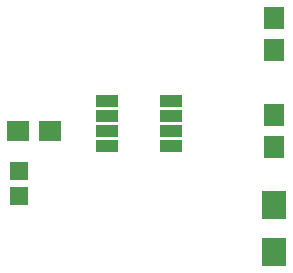
<source format=gts>
G04 #@! TF.FileFunction,Soldermask,Top*
%FSLAX46Y46*%
G04 Gerber Fmt 4.6, Leading zero omitted, Abs format (unit mm)*
G04 Created by KiCad (PCBNEW 4.0.3-stable) date 08/20/16 15:19:20*
%MOMM*%
%LPD*%
G01*
G04 APERTURE LIST*
%ADD10C,0.100000*%
%ADD11R,2.000000X2.400000*%
%ADD12R,1.598880X1.598880*%
%ADD13R,1.700000X1.900000*%
%ADD14R,1.900000X1.700000*%
%ADD15R,1.950000X1.000000*%
G04 APERTURE END LIST*
D10*
D11*
X155575000Y-105315000D03*
X155575000Y-109315000D03*
D12*
X133985000Y-102455980D03*
X133985000Y-104554020D03*
D13*
X155575000Y-89455000D03*
X155575000Y-92155000D03*
X155575000Y-97710000D03*
X155575000Y-100410000D03*
D14*
X136605000Y-99060000D03*
X133905000Y-99060000D03*
D15*
X141445000Y-96520000D03*
X141445000Y-97790000D03*
X141445000Y-99060000D03*
X141445000Y-100330000D03*
X146845000Y-100330000D03*
X146845000Y-99060000D03*
X146845000Y-97790000D03*
X146845000Y-96520000D03*
M02*

</source>
